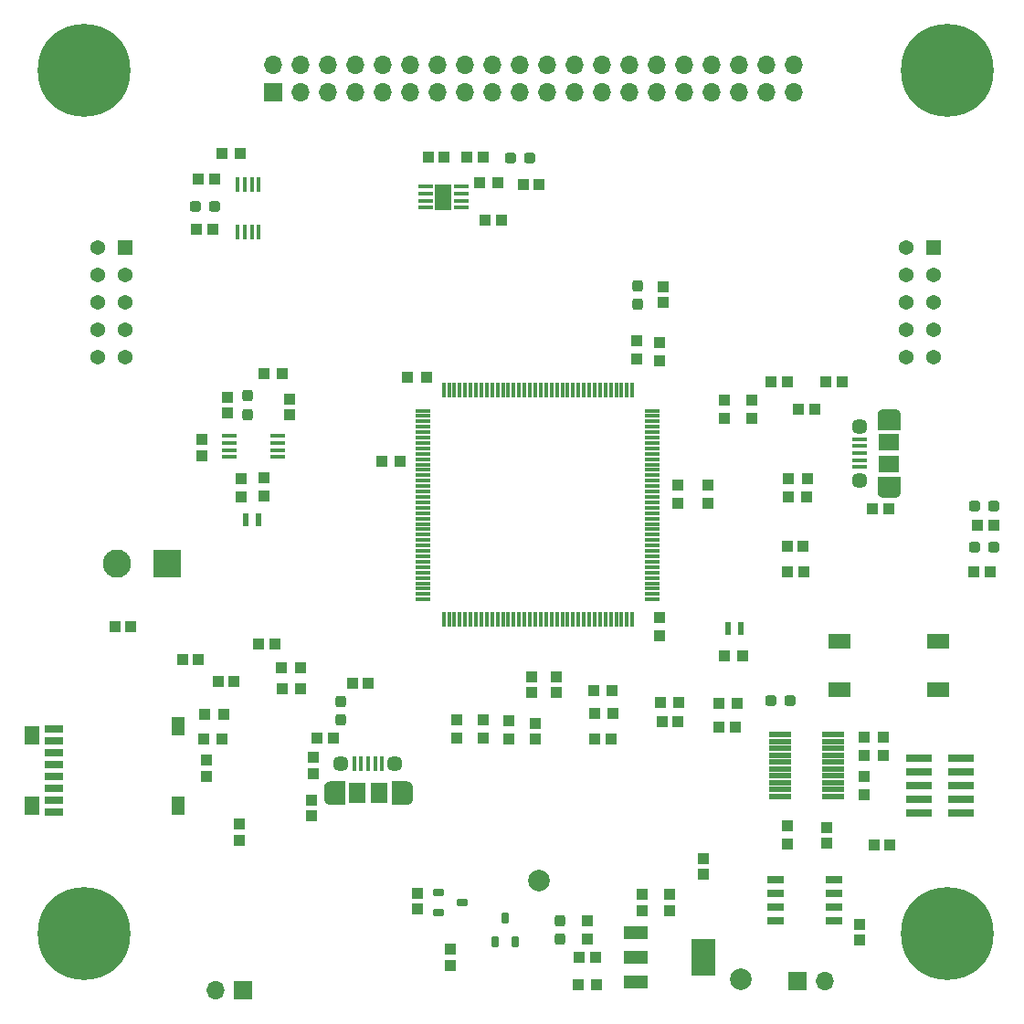
<source format=gbr>
%TF.GenerationSoftware,KiCad,Pcbnew,(6.0.1)*%
%TF.CreationDate,2022-02-13T11:40:04-05:00*%
%TF.ProjectId,STM32_Breakout,53544d33-325f-4427-9265-616b6f75742e,rev?*%
%TF.SameCoordinates,Original*%
%TF.FileFunction,Soldermask,Top*%
%TF.FilePolarity,Negative*%
%FSLAX46Y46*%
G04 Gerber Fmt 4.6, Leading zero omitted, Abs format (unit mm)*
G04 Created by KiCad (PCBNEW (6.0.1)) date 2022-02-13 11:40:04*
%MOMM*%
%LPD*%
G01*
G04 APERTURE LIST*
G04 Aperture macros list*
%AMRoundRect*
0 Rectangle with rounded corners*
0 $1 Rounding radius*
0 $2 $3 $4 $5 $6 $7 $8 $9 X,Y pos of 4 corners*
0 Add a 4 corners polygon primitive as box body*
4,1,4,$2,$3,$4,$5,$6,$7,$8,$9,$2,$3,0*
0 Add four circle primitives for the rounded corners*
1,1,$1+$1,$2,$3*
1,1,$1+$1,$4,$5*
1,1,$1+$1,$6,$7*
1,1,$1+$1,$8,$9*
0 Add four rect primitives between the rounded corners*
20,1,$1+$1,$2,$3,$4,$5,0*
20,1,$1+$1,$4,$5,$6,$7,0*
20,1,$1+$1,$6,$7,$8,$9,0*
20,1,$1+$1,$8,$9,$2,$3,0*%
G04 Aperture macros list end*
%ADD10C,0.000100*%
%ADD11RoundRect,0.008200X-0.976800X-0.196800X0.976800X-0.196800X0.976800X0.196800X-0.976800X0.196800X0*%
%ADD12RoundRect,0.008200X0.976800X0.196800X-0.976800X0.196800X-0.976800X-0.196800X0.976800X-0.196800X0*%
%ADD13C,2.625000*%
%ADD14R,2.625000X2.625000*%
%ADD15R,1.040000X1.020000*%
%ADD16R,1.020000X1.040000*%
%ADD17R,1.100000X1.000000*%
%ADD18R,1.000000X1.100000*%
%ADD19C,0.900000*%
%ADD20C,8.600000*%
%ADD21R,0.600000X1.200000*%
%ADD22RoundRect,0.091500X0.213500X-0.453500X0.213500X0.453500X-0.213500X0.453500X-0.213500X-0.453500X0*%
%ADD23RoundRect,0.237500X0.237500X-0.287500X0.237500X0.287500X-0.237500X0.287500X-0.237500X-0.287500X0*%
%ADD24RoundRect,0.237500X0.287500X0.237500X-0.287500X0.237500X-0.287500X-0.237500X0.287500X-0.237500X0*%
%ADD25RoundRect,0.237500X-0.237500X0.287500X-0.237500X-0.287500X0.237500X-0.287500X0.237500X0.287500X0*%
%ADD26RoundRect,0.237500X-0.287500X-0.237500X0.287500X-0.237500X0.287500X0.237500X-0.287500X0.237500X0*%
%ADD27R,1.700000X1.700000*%
%ADD28O,1.700000X1.700000*%
%ADD29R,1.800000X0.800000*%
%ADD30R,1.200000X1.800000*%
%ADD31R,1.400000X1.800000*%
%ADD32R,0.400000X1.350000*%
%ADD33C,1.450000*%
%ADD34R,1.500000X1.900000*%
%ADD35R,1.370000X1.370000*%
%ADD36C,1.370000*%
%ADD37R,1.525000X0.650000*%
%ADD38RoundRect,0.091500X-0.453500X-0.213500X0.453500X-0.213500X0.453500X0.213500X-0.453500X0.213500X0*%
%ADD39R,2.400000X0.740000*%
%ADD40C,2.000000*%
%ADD41RoundRect,0.012800X-0.637200X-0.147200X0.637200X-0.147200X0.637200X0.147200X-0.637200X0.147200X0*%
%ADD42R,1.590000X2.400000*%
%ADD43R,2.200000X1.200000*%
%ADD44R,2.200000X3.500000*%
%ADD45R,1.346200X0.355600*%
%ADD46R,0.355600X1.346200*%
%ADD47R,1.450000X0.450000*%
%ADD48R,2.108200X1.397000*%
%ADD49R,0.450000X1.450000*%
%ADD50R,1.350000X0.400000*%
%ADD51R,1.900000X1.500000*%
G04 APERTURE END LIST*
D10*
%TO.C,J4*%
X87320000Y-123410000D02*
X86020000Y-123410000D01*
X86020000Y-123410000D02*
X86020000Y-125510000D01*
X86020000Y-125510000D02*
X87320000Y-125510000D01*
X87320000Y-125510000D02*
X87350000Y-125509000D01*
X87350000Y-125509000D02*
X87380000Y-125507000D01*
X87380000Y-125507000D02*
X87410000Y-125503000D01*
X87410000Y-125503000D02*
X87440000Y-125497000D01*
X87440000Y-125497000D02*
X87469000Y-125490000D01*
X87469000Y-125490000D02*
X87498000Y-125482000D01*
X87498000Y-125482000D02*
X87526000Y-125472000D01*
X87526000Y-125472000D02*
X87554000Y-125460000D01*
X87554000Y-125460000D02*
X87581000Y-125447000D01*
X87581000Y-125447000D02*
X87608000Y-125433000D01*
X87608000Y-125433000D02*
X87633000Y-125417000D01*
X87633000Y-125417000D02*
X87658000Y-125400000D01*
X87658000Y-125400000D02*
X87682000Y-125382000D01*
X87682000Y-125382000D02*
X87705000Y-125362000D01*
X87705000Y-125362000D02*
X87727000Y-125342000D01*
X87727000Y-125342000D02*
X87747000Y-125320000D01*
X87747000Y-125320000D02*
X87767000Y-125297000D01*
X87767000Y-125297000D02*
X87785000Y-125273000D01*
X87785000Y-125273000D02*
X87802000Y-125248000D01*
X87802000Y-125248000D02*
X87818000Y-125222000D01*
X87818000Y-125222000D02*
X87832000Y-125196000D01*
X87832000Y-125196000D02*
X87845000Y-125169000D01*
X87845000Y-125169000D02*
X87857000Y-125141000D01*
X87857000Y-125141000D02*
X87867000Y-125113000D01*
X87867000Y-125113000D02*
X87875000Y-125084000D01*
X87875000Y-125084000D02*
X87882000Y-125055000D01*
X87882000Y-125055000D02*
X87888000Y-125025000D01*
X87888000Y-125025000D02*
X87892000Y-124995000D01*
X87892000Y-124995000D02*
X87894000Y-124965000D01*
X87894000Y-124965000D02*
X87895000Y-124935000D01*
X87895000Y-124935000D02*
X87895000Y-123985000D01*
X87895000Y-123985000D02*
X87894000Y-123955000D01*
X87894000Y-123955000D02*
X87892000Y-123925000D01*
X87892000Y-123925000D02*
X87888000Y-123895000D01*
X87888000Y-123895000D02*
X87882000Y-123865000D01*
X87882000Y-123865000D02*
X87875000Y-123836000D01*
X87875000Y-123836000D02*
X87867000Y-123807000D01*
X87867000Y-123807000D02*
X87857000Y-123779000D01*
X87857000Y-123779000D02*
X87845000Y-123751000D01*
X87845000Y-123751000D02*
X87832000Y-123724000D01*
X87832000Y-123724000D02*
X87818000Y-123698000D01*
X87818000Y-123698000D02*
X87802000Y-123672000D01*
X87802000Y-123672000D02*
X87785000Y-123647000D01*
X87785000Y-123647000D02*
X87767000Y-123623000D01*
X87767000Y-123623000D02*
X87747000Y-123600000D01*
X87747000Y-123600000D02*
X87727000Y-123578000D01*
X87727000Y-123578000D02*
X87705000Y-123558000D01*
X87705000Y-123558000D02*
X87682000Y-123538000D01*
X87682000Y-123538000D02*
X87658000Y-123520000D01*
X87658000Y-123520000D02*
X87633000Y-123503000D01*
X87633000Y-123503000D02*
X87608000Y-123487000D01*
X87608000Y-123487000D02*
X87581000Y-123473000D01*
X87581000Y-123473000D02*
X87554000Y-123460000D01*
X87554000Y-123460000D02*
X87526000Y-123448000D01*
X87526000Y-123448000D02*
X87498000Y-123438000D01*
X87498000Y-123438000D02*
X87469000Y-123430000D01*
X87469000Y-123430000D02*
X87440000Y-123423000D01*
X87440000Y-123423000D02*
X87410000Y-123417000D01*
X87410000Y-123417000D02*
X87380000Y-123413000D01*
X87380000Y-123413000D02*
X87350000Y-123411000D01*
X87350000Y-123411000D02*
X87320000Y-123410000D01*
X87320000Y-123410000D02*
X87320000Y-123410000D01*
G36*
X87350000Y-123411000D02*
G01*
X87380000Y-123413000D01*
X87410000Y-123417000D01*
X87440000Y-123423000D01*
X87469000Y-123430000D01*
X87498000Y-123438000D01*
X87526000Y-123448000D01*
X87554000Y-123460000D01*
X87581000Y-123473000D01*
X87608000Y-123487000D01*
X87633000Y-123503000D01*
X87658000Y-123520000D01*
X87682000Y-123538000D01*
X87705000Y-123558000D01*
X87727000Y-123578000D01*
X87747000Y-123600000D01*
X87767000Y-123623000D01*
X87785000Y-123647000D01*
X87802000Y-123672000D01*
X87818000Y-123698000D01*
X87832000Y-123724000D01*
X87845000Y-123751000D01*
X87857000Y-123779000D01*
X87867000Y-123807000D01*
X87875000Y-123836000D01*
X87882000Y-123865000D01*
X87888000Y-123895000D01*
X87892000Y-123925000D01*
X87894000Y-123955000D01*
X87895000Y-123985000D01*
X87895000Y-124935000D01*
X87894000Y-124965000D01*
X87892000Y-124995000D01*
X87888000Y-125025000D01*
X87882000Y-125055000D01*
X87875000Y-125084000D01*
X87867000Y-125113000D01*
X87857000Y-125141000D01*
X87845000Y-125169000D01*
X87832000Y-125196000D01*
X87818000Y-125222000D01*
X87802000Y-125248000D01*
X87785000Y-125273000D01*
X87767000Y-125297000D01*
X87747000Y-125320000D01*
X87727000Y-125342000D01*
X87705000Y-125362000D01*
X87682000Y-125382000D01*
X87658000Y-125400000D01*
X87633000Y-125417000D01*
X87608000Y-125433000D01*
X87581000Y-125447000D01*
X87554000Y-125460000D01*
X87526000Y-125472000D01*
X87498000Y-125482000D01*
X87469000Y-125490000D01*
X87440000Y-125497000D01*
X87410000Y-125503000D01*
X87380000Y-125507000D01*
X87350000Y-125509000D01*
X87320000Y-125510000D01*
X86020000Y-125510000D01*
X86020000Y-123410000D01*
X87320000Y-123410000D01*
X87350000Y-123411000D01*
G37*
X87350000Y-123411000D02*
X87380000Y-123413000D01*
X87410000Y-123417000D01*
X87440000Y-123423000D01*
X87469000Y-123430000D01*
X87498000Y-123438000D01*
X87526000Y-123448000D01*
X87554000Y-123460000D01*
X87581000Y-123473000D01*
X87608000Y-123487000D01*
X87633000Y-123503000D01*
X87658000Y-123520000D01*
X87682000Y-123538000D01*
X87705000Y-123558000D01*
X87727000Y-123578000D01*
X87747000Y-123600000D01*
X87767000Y-123623000D01*
X87785000Y-123647000D01*
X87802000Y-123672000D01*
X87818000Y-123698000D01*
X87832000Y-123724000D01*
X87845000Y-123751000D01*
X87857000Y-123779000D01*
X87867000Y-123807000D01*
X87875000Y-123836000D01*
X87882000Y-123865000D01*
X87888000Y-123895000D01*
X87892000Y-123925000D01*
X87894000Y-123955000D01*
X87895000Y-123985000D01*
X87895000Y-124935000D01*
X87894000Y-124965000D01*
X87892000Y-124995000D01*
X87888000Y-125025000D01*
X87882000Y-125055000D01*
X87875000Y-125084000D01*
X87867000Y-125113000D01*
X87857000Y-125141000D01*
X87845000Y-125169000D01*
X87832000Y-125196000D01*
X87818000Y-125222000D01*
X87802000Y-125248000D01*
X87785000Y-125273000D01*
X87767000Y-125297000D01*
X87747000Y-125320000D01*
X87727000Y-125342000D01*
X87705000Y-125362000D01*
X87682000Y-125382000D01*
X87658000Y-125400000D01*
X87633000Y-125417000D01*
X87608000Y-125433000D01*
X87581000Y-125447000D01*
X87554000Y-125460000D01*
X87526000Y-125472000D01*
X87498000Y-125482000D01*
X87469000Y-125490000D01*
X87440000Y-125497000D01*
X87410000Y-125503000D01*
X87380000Y-125507000D01*
X87350000Y-125509000D01*
X87320000Y-125510000D01*
X86020000Y-125510000D01*
X86020000Y-123410000D01*
X87320000Y-123410000D01*
X87350000Y-123411000D01*
X80320000Y-123410000D02*
X81620000Y-123410000D01*
X81620000Y-123410000D02*
X81620000Y-125510000D01*
X81620000Y-125510000D02*
X80320000Y-125510000D01*
X80320000Y-125510000D02*
X80290000Y-125509000D01*
X80290000Y-125509000D02*
X80260000Y-125507000D01*
X80260000Y-125507000D02*
X80230000Y-125503000D01*
X80230000Y-125503000D02*
X80200000Y-125497000D01*
X80200000Y-125497000D02*
X80171000Y-125490000D01*
X80171000Y-125490000D02*
X80142000Y-125482000D01*
X80142000Y-125482000D02*
X80114000Y-125472000D01*
X80114000Y-125472000D02*
X80086000Y-125460000D01*
X80086000Y-125460000D02*
X80059000Y-125447000D01*
X80059000Y-125447000D02*
X80032000Y-125433000D01*
X80032000Y-125433000D02*
X80007000Y-125417000D01*
X80007000Y-125417000D02*
X79982000Y-125400000D01*
X79982000Y-125400000D02*
X79958000Y-125382000D01*
X79958000Y-125382000D02*
X79935000Y-125362000D01*
X79935000Y-125362000D02*
X79913000Y-125342000D01*
X79913000Y-125342000D02*
X79893000Y-125320000D01*
X79893000Y-125320000D02*
X79873000Y-125297000D01*
X79873000Y-125297000D02*
X79855000Y-125273000D01*
X79855000Y-125273000D02*
X79838000Y-125248000D01*
X79838000Y-125248000D02*
X79822000Y-125222000D01*
X79822000Y-125222000D02*
X79808000Y-125196000D01*
X79808000Y-125196000D02*
X79795000Y-125169000D01*
X79795000Y-125169000D02*
X79783000Y-125141000D01*
X79783000Y-125141000D02*
X79773000Y-125113000D01*
X79773000Y-125113000D02*
X79765000Y-125084000D01*
X79765000Y-125084000D02*
X79758000Y-125055000D01*
X79758000Y-125055000D02*
X79752000Y-125025000D01*
X79752000Y-125025000D02*
X79748000Y-124995000D01*
X79748000Y-124995000D02*
X79746000Y-124965000D01*
X79746000Y-124965000D02*
X79745000Y-124935000D01*
X79745000Y-124935000D02*
X79745000Y-123985000D01*
X79745000Y-123985000D02*
X79746000Y-123955000D01*
X79746000Y-123955000D02*
X79748000Y-123925000D01*
X79748000Y-123925000D02*
X79752000Y-123895000D01*
X79752000Y-123895000D02*
X79758000Y-123865000D01*
X79758000Y-123865000D02*
X79765000Y-123836000D01*
X79765000Y-123836000D02*
X79773000Y-123807000D01*
X79773000Y-123807000D02*
X79783000Y-123779000D01*
X79783000Y-123779000D02*
X79795000Y-123751000D01*
X79795000Y-123751000D02*
X79808000Y-123724000D01*
X79808000Y-123724000D02*
X79822000Y-123698000D01*
X79822000Y-123698000D02*
X79838000Y-123672000D01*
X79838000Y-123672000D02*
X79855000Y-123647000D01*
X79855000Y-123647000D02*
X79873000Y-123623000D01*
X79873000Y-123623000D02*
X79893000Y-123600000D01*
X79893000Y-123600000D02*
X79913000Y-123578000D01*
X79913000Y-123578000D02*
X79935000Y-123558000D01*
X79935000Y-123558000D02*
X79958000Y-123538000D01*
X79958000Y-123538000D02*
X79982000Y-123520000D01*
X79982000Y-123520000D02*
X80007000Y-123503000D01*
X80007000Y-123503000D02*
X80032000Y-123487000D01*
X80032000Y-123487000D02*
X80059000Y-123473000D01*
X80059000Y-123473000D02*
X80086000Y-123460000D01*
X80086000Y-123460000D02*
X80114000Y-123448000D01*
X80114000Y-123448000D02*
X80142000Y-123438000D01*
X80142000Y-123438000D02*
X80171000Y-123430000D01*
X80171000Y-123430000D02*
X80200000Y-123423000D01*
X80200000Y-123423000D02*
X80230000Y-123417000D01*
X80230000Y-123417000D02*
X80260000Y-123413000D01*
X80260000Y-123413000D02*
X80290000Y-123411000D01*
X80290000Y-123411000D02*
X80320000Y-123410000D01*
X80320000Y-123410000D02*
X80320000Y-123410000D01*
G36*
X81620000Y-125510000D02*
G01*
X80320000Y-125510000D01*
X80290000Y-125509000D01*
X80260000Y-125507000D01*
X80230000Y-125503000D01*
X80200000Y-125497000D01*
X80171000Y-125490000D01*
X80142000Y-125482000D01*
X80114000Y-125472000D01*
X80086000Y-125460000D01*
X80059000Y-125447000D01*
X80032000Y-125433000D01*
X80007000Y-125417000D01*
X79982000Y-125400000D01*
X79958000Y-125382000D01*
X79935000Y-125362000D01*
X79913000Y-125342000D01*
X79893000Y-125320000D01*
X79873000Y-125297000D01*
X79855000Y-125273000D01*
X79838000Y-125248000D01*
X79822000Y-125222000D01*
X79808000Y-125196000D01*
X79795000Y-125169000D01*
X79783000Y-125141000D01*
X79773000Y-125113000D01*
X79765000Y-125084000D01*
X79758000Y-125055000D01*
X79752000Y-125025000D01*
X79748000Y-124995000D01*
X79746000Y-124965000D01*
X79745000Y-124935000D01*
X79745000Y-123985000D01*
X79746000Y-123955000D01*
X79748000Y-123925000D01*
X79752000Y-123895000D01*
X79758000Y-123865000D01*
X79765000Y-123836000D01*
X79773000Y-123807000D01*
X79783000Y-123779000D01*
X79795000Y-123751000D01*
X79808000Y-123724000D01*
X79822000Y-123698000D01*
X79838000Y-123672000D01*
X79855000Y-123647000D01*
X79873000Y-123623000D01*
X79893000Y-123600000D01*
X79913000Y-123578000D01*
X79935000Y-123558000D01*
X79958000Y-123538000D01*
X79982000Y-123520000D01*
X80007000Y-123503000D01*
X80032000Y-123487000D01*
X80059000Y-123473000D01*
X80086000Y-123460000D01*
X80114000Y-123448000D01*
X80142000Y-123438000D01*
X80171000Y-123430000D01*
X80200000Y-123423000D01*
X80230000Y-123417000D01*
X80260000Y-123413000D01*
X80290000Y-123411000D01*
X80320000Y-123410000D01*
X81620000Y-123410000D01*
X81620000Y-125510000D01*
G37*
X81620000Y-125510000D02*
X80320000Y-125510000D01*
X80290000Y-125509000D01*
X80260000Y-125507000D01*
X80230000Y-125503000D01*
X80200000Y-125497000D01*
X80171000Y-125490000D01*
X80142000Y-125482000D01*
X80114000Y-125472000D01*
X80086000Y-125460000D01*
X80059000Y-125447000D01*
X80032000Y-125433000D01*
X80007000Y-125417000D01*
X79982000Y-125400000D01*
X79958000Y-125382000D01*
X79935000Y-125362000D01*
X79913000Y-125342000D01*
X79893000Y-125320000D01*
X79873000Y-125297000D01*
X79855000Y-125273000D01*
X79838000Y-125248000D01*
X79822000Y-125222000D01*
X79808000Y-125196000D01*
X79795000Y-125169000D01*
X79783000Y-125141000D01*
X79773000Y-125113000D01*
X79765000Y-125084000D01*
X79758000Y-125055000D01*
X79752000Y-125025000D01*
X79748000Y-124995000D01*
X79746000Y-124965000D01*
X79745000Y-124935000D01*
X79745000Y-123985000D01*
X79746000Y-123955000D01*
X79748000Y-123925000D01*
X79752000Y-123895000D01*
X79758000Y-123865000D01*
X79765000Y-123836000D01*
X79773000Y-123807000D01*
X79783000Y-123779000D01*
X79795000Y-123751000D01*
X79808000Y-123724000D01*
X79822000Y-123698000D01*
X79838000Y-123672000D01*
X79855000Y-123647000D01*
X79873000Y-123623000D01*
X79893000Y-123600000D01*
X79913000Y-123578000D01*
X79935000Y-123558000D01*
X79958000Y-123538000D01*
X79982000Y-123520000D01*
X80007000Y-123503000D01*
X80032000Y-123487000D01*
X80059000Y-123473000D01*
X80086000Y-123460000D01*
X80114000Y-123448000D01*
X80142000Y-123438000D01*
X80171000Y-123430000D01*
X80200000Y-123423000D01*
X80230000Y-123417000D01*
X80260000Y-123413000D01*
X80290000Y-123411000D01*
X80320000Y-123410000D01*
X81620000Y-123410000D01*
X81620000Y-125510000D01*
%TO.C,J8*%
X131030000Y-96480000D02*
X131030000Y-95180000D01*
X131030000Y-95180000D02*
X133130000Y-95180000D01*
X133130000Y-95180000D02*
X133130000Y-96480000D01*
X133130000Y-96480000D02*
X133129000Y-96510000D01*
X133129000Y-96510000D02*
X133127000Y-96540000D01*
X133127000Y-96540000D02*
X133123000Y-96570000D01*
X133123000Y-96570000D02*
X133117000Y-96600000D01*
X133117000Y-96600000D02*
X133110000Y-96629000D01*
X133110000Y-96629000D02*
X133102000Y-96658000D01*
X133102000Y-96658000D02*
X133092000Y-96686000D01*
X133092000Y-96686000D02*
X133080000Y-96714000D01*
X133080000Y-96714000D02*
X133067000Y-96741000D01*
X133067000Y-96741000D02*
X133053000Y-96768000D01*
X133053000Y-96768000D02*
X133037000Y-96793000D01*
X133037000Y-96793000D02*
X133020000Y-96818000D01*
X133020000Y-96818000D02*
X133002000Y-96842000D01*
X133002000Y-96842000D02*
X132982000Y-96865000D01*
X132982000Y-96865000D02*
X132962000Y-96887000D01*
X132962000Y-96887000D02*
X132940000Y-96907000D01*
X132940000Y-96907000D02*
X132917000Y-96927000D01*
X132917000Y-96927000D02*
X132893000Y-96945000D01*
X132893000Y-96945000D02*
X132868000Y-96962000D01*
X132868000Y-96962000D02*
X132842000Y-96978000D01*
X132842000Y-96978000D02*
X132816000Y-96992000D01*
X132816000Y-96992000D02*
X132789000Y-97005000D01*
X132789000Y-97005000D02*
X132761000Y-97017000D01*
X132761000Y-97017000D02*
X132733000Y-97027000D01*
X132733000Y-97027000D02*
X132704000Y-97035000D01*
X132704000Y-97035000D02*
X132675000Y-97042000D01*
X132675000Y-97042000D02*
X132645000Y-97048000D01*
X132645000Y-97048000D02*
X132615000Y-97052000D01*
X132615000Y-97052000D02*
X132585000Y-97054000D01*
X132585000Y-97054000D02*
X132555000Y-97055000D01*
X132555000Y-97055000D02*
X131605000Y-97055000D01*
X131605000Y-97055000D02*
X131575000Y-97054000D01*
X131575000Y-97054000D02*
X131545000Y-97052000D01*
X131545000Y-97052000D02*
X131515000Y-97048000D01*
X131515000Y-97048000D02*
X131485000Y-97042000D01*
X131485000Y-97042000D02*
X131456000Y-97035000D01*
X131456000Y-97035000D02*
X131427000Y-97027000D01*
X131427000Y-97027000D02*
X131399000Y-97017000D01*
X131399000Y-97017000D02*
X131371000Y-97005000D01*
X131371000Y-97005000D02*
X131344000Y-96992000D01*
X131344000Y-96992000D02*
X131318000Y-96978000D01*
X131318000Y-96978000D02*
X131292000Y-96962000D01*
X131292000Y-96962000D02*
X131267000Y-96945000D01*
X131267000Y-96945000D02*
X131243000Y-96927000D01*
X131243000Y-96927000D02*
X131220000Y-96907000D01*
X131220000Y-96907000D02*
X131198000Y-96887000D01*
X131198000Y-96887000D02*
X131178000Y-96865000D01*
X131178000Y-96865000D02*
X131158000Y-96842000D01*
X131158000Y-96842000D02*
X131140000Y-96818000D01*
X131140000Y-96818000D02*
X131123000Y-96793000D01*
X131123000Y-96793000D02*
X131107000Y-96768000D01*
X131107000Y-96768000D02*
X131093000Y-96741000D01*
X131093000Y-96741000D02*
X131080000Y-96714000D01*
X131080000Y-96714000D02*
X131068000Y-96686000D01*
X131068000Y-96686000D02*
X131058000Y-96658000D01*
X131058000Y-96658000D02*
X131050000Y-96629000D01*
X131050000Y-96629000D02*
X131043000Y-96600000D01*
X131043000Y-96600000D02*
X131037000Y-96570000D01*
X131037000Y-96570000D02*
X131033000Y-96540000D01*
X131033000Y-96540000D02*
X131031000Y-96510000D01*
X131031000Y-96510000D02*
X131030000Y-96480000D01*
X131030000Y-96480000D02*
X131030000Y-96480000D01*
G36*
X133130000Y-96480000D02*
G01*
X133129000Y-96510000D01*
X133127000Y-96540000D01*
X133123000Y-96570000D01*
X133117000Y-96600000D01*
X133110000Y-96629000D01*
X133102000Y-96658000D01*
X133092000Y-96686000D01*
X133080000Y-96714000D01*
X133067000Y-96741000D01*
X133053000Y-96768000D01*
X133037000Y-96793000D01*
X133020000Y-96818000D01*
X133002000Y-96842000D01*
X132982000Y-96865000D01*
X132962000Y-96887000D01*
X132940000Y-96907000D01*
X132917000Y-96927000D01*
X132893000Y-96945000D01*
X132868000Y-96962000D01*
X132842000Y-96978000D01*
X132816000Y-96992000D01*
X132789000Y-97005000D01*
X132761000Y-97017000D01*
X132733000Y-97027000D01*
X132704000Y-97035000D01*
X132675000Y-97042000D01*
X132645000Y-97048000D01*
X132615000Y-97052000D01*
X132585000Y-97054000D01*
X132555000Y-97055000D01*
X131605000Y-97055000D01*
X131575000Y-97054000D01*
X131545000Y-97052000D01*
X131515000Y-97048000D01*
X131485000Y-97042000D01*
X131456000Y-97035000D01*
X131427000Y-97027000D01*
X131399000Y-97017000D01*
X131371000Y-97005000D01*
X131344000Y-96992000D01*
X131318000Y-96978000D01*
X131292000Y-96962000D01*
X131267000Y-96945000D01*
X131243000Y-96927000D01*
X131220000Y-96907000D01*
X131198000Y-96887000D01*
X131178000Y-96865000D01*
X131158000Y-96842000D01*
X131140000Y-96818000D01*
X131123000Y-96793000D01*
X131107000Y-96768000D01*
X131093000Y-96741000D01*
X131080000Y-96714000D01*
X131068000Y-96686000D01*
X131058000Y-96658000D01*
X131050000Y-96629000D01*
X131043000Y-96600000D01*
X131037000Y-96570000D01*
X131033000Y-96540000D01*
X131031000Y-96510000D01*
X131030000Y-96480000D01*
X131030000Y-95180000D01*
X133130000Y-95180000D01*
X133130000Y-96480000D01*
G37*
X133130000Y-96480000D02*
X133129000Y-96510000D01*
X133127000Y-96540000D01*
X133123000Y-96570000D01*
X133117000Y-96600000D01*
X133110000Y-96629000D01*
X133102000Y-96658000D01*
X133092000Y-96686000D01*
X133080000Y-96714000D01*
X133067000Y-96741000D01*
X133053000Y-96768000D01*
X133037000Y-96793000D01*
X133020000Y-96818000D01*
X133002000Y-96842000D01*
X132982000Y-96865000D01*
X132962000Y-96887000D01*
X132940000Y-96907000D01*
X132917000Y-96927000D01*
X132893000Y-96945000D01*
X132868000Y-96962000D01*
X132842000Y-96978000D01*
X132816000Y-96992000D01*
X132789000Y-97005000D01*
X132761000Y-97017000D01*
X132733000Y-97027000D01*
X132704000Y-97035000D01*
X132675000Y-97042000D01*
X132645000Y-97048000D01*
X132615000Y-97052000D01*
X132585000Y-97054000D01*
X132555000Y-97055000D01*
X131605000Y-97055000D01*
X131575000Y-97054000D01*
X131545000Y-97052000D01*
X131515000Y-97048000D01*
X131485000Y-97042000D01*
X131456000Y-97035000D01*
X131427000Y-97027000D01*
X131399000Y-97017000D01*
X131371000Y-97005000D01*
X131344000Y-96992000D01*
X131318000Y-96978000D01*
X131292000Y-96962000D01*
X131267000Y-96945000D01*
X131243000Y-96927000D01*
X131220000Y-96907000D01*
X131198000Y-96887000D01*
X131178000Y-96865000D01*
X131158000Y-96842000D01*
X131140000Y-96818000D01*
X131123000Y-96793000D01*
X131107000Y-96768000D01*
X131093000Y-96741000D01*
X131080000Y-96714000D01*
X131068000Y-96686000D01*
X131058000Y-96658000D01*
X131050000Y-96629000D01*
X131043000Y-96600000D01*
X131037000Y-96570000D01*
X131033000Y-96540000D01*
X131031000Y-96510000D01*
X131030000Y-96480000D01*
X131030000Y-95180000D01*
X133130000Y-95180000D01*
X133130000Y-96480000D01*
X131030000Y-89480000D02*
X131030000Y-90780000D01*
X131030000Y-90780000D02*
X133130000Y-90780000D01*
X133130000Y-90780000D02*
X133130000Y-89480000D01*
X133130000Y-89480000D02*
X133129000Y-89450000D01*
X133129000Y-89450000D02*
X133127000Y-89420000D01*
X133127000Y-89420000D02*
X133123000Y-89390000D01*
X133123000Y-89390000D02*
X133117000Y-89360000D01*
X133117000Y-89360000D02*
X133110000Y-89331000D01*
X133110000Y-89331000D02*
X133102000Y-89302000D01*
X133102000Y-89302000D02*
X133092000Y-89274000D01*
X133092000Y-89274000D02*
X133080000Y-89246000D01*
X133080000Y-89246000D02*
X133067000Y-89219000D01*
X133067000Y-89219000D02*
X133053000Y-89192000D01*
X133053000Y-89192000D02*
X133037000Y-89167000D01*
X133037000Y-89167000D02*
X133020000Y-89142000D01*
X133020000Y-89142000D02*
X133002000Y-89118000D01*
X133002000Y-89118000D02*
X132982000Y-89095000D01*
X132982000Y-89095000D02*
X132962000Y-89073000D01*
X132962000Y-89073000D02*
X132940000Y-89053000D01*
X132940000Y-89053000D02*
X132917000Y-89033000D01*
X132917000Y-89033000D02*
X132893000Y-89015000D01*
X132893000Y-89015000D02*
X132868000Y-88998000D01*
X132868000Y-88998000D02*
X132842000Y-88982000D01*
X132842000Y-88982000D02*
X132816000Y-88968000D01*
X132816000Y-88968000D02*
X132789000Y-88955000D01*
X132789000Y-88955000D02*
X132761000Y-88943000D01*
X132761000Y-88943000D02*
X132733000Y-88933000D01*
X132733000Y-88933000D02*
X132704000Y-88925000D01*
X132704000Y-88925000D02*
X132675000Y-88918000D01*
X132675000Y-88918000D02*
X132645000Y-88912000D01*
X132645000Y-88912000D02*
X132615000Y-88908000D01*
X132615000Y-88908000D02*
X132585000Y-88906000D01*
X132585000Y-88906000D02*
X132555000Y-88905000D01*
X132555000Y-88905000D02*
X131605000Y-88905000D01*
X131605000Y-88905000D02*
X131575000Y-88906000D01*
X131575000Y-88906000D02*
X131545000Y-88908000D01*
X131545000Y-88908000D02*
X131515000Y-88912000D01*
X131515000Y-88912000D02*
X131485000Y-88918000D01*
X131485000Y-88918000D02*
X131456000Y-88925000D01*
X131456000Y-88925000D02*
X131427000Y-88933000D01*
X131427000Y-88933000D02*
X131399000Y-88943000D01*
X131399000Y-88943000D02*
X131371000Y-88955000D01*
X131371000Y-88955000D02*
X131344000Y-88968000D01*
X131344000Y-88968000D02*
X131318000Y-88982000D01*
X131318000Y-88982000D02*
X131292000Y-88998000D01*
X131292000Y-88998000D02*
X131267000Y-89015000D01*
X131267000Y-89015000D02*
X131243000Y-89033000D01*
X131243000Y-89033000D02*
X131220000Y-89053000D01*
X131220000Y-89053000D02*
X131198000Y-89073000D01*
X131198000Y-89073000D02*
X131178000Y-89095000D01*
X131178000Y-89095000D02*
X131158000Y-89118000D01*
X131158000Y-89118000D02*
X131140000Y-89142000D01*
X131140000Y-89142000D02*
X131123000Y-89167000D01*
X131123000Y-89167000D02*
X131107000Y-89192000D01*
X131107000Y-89192000D02*
X131093000Y-89219000D01*
X131093000Y-89219000D02*
X131080000Y-89246000D01*
X131080000Y-89246000D02*
X131068000Y-89274000D01*
X131068000Y-89274000D02*
X131058000Y-89302000D01*
X131058000Y-89302000D02*
X131050000Y-89331000D01*
X131050000Y-89331000D02*
X131043000Y-89360000D01*
X131043000Y-89360000D02*
X131037000Y-89390000D01*
X131037000Y-89390000D02*
X131033000Y-89420000D01*
X131033000Y-89420000D02*
X131031000Y-89450000D01*
X131031000Y-89450000D02*
X131030000Y-89480000D01*
X131030000Y-89480000D02*
X131030000Y-89480000D01*
G36*
X132585000Y-88906000D02*
G01*
X132615000Y-88908000D01*
X132645000Y-88912000D01*
X132675000Y-88918000D01*
X132704000Y-88925000D01*
X132733000Y-88933000D01*
X132761000Y-88943000D01*
X132789000Y-88955000D01*
X132816000Y-88968000D01*
X132842000Y-88982000D01*
X132868000Y-88998000D01*
X132893000Y-89015000D01*
X132917000Y-89033000D01*
X132940000Y-89053000D01*
X132962000Y-89073000D01*
X132982000Y-89095000D01*
X133002000Y-89118000D01*
X133020000Y-89142000D01*
X133037000Y-89167000D01*
X133053000Y-89192000D01*
X133067000Y-89219000D01*
X133080000Y-89246000D01*
X133092000Y-89274000D01*
X133102000Y-89302000D01*
X133110000Y-89331000D01*
X133117000Y-89360000D01*
X133123000Y-89390000D01*
X133127000Y-89420000D01*
X133129000Y-89450000D01*
X133130000Y-89480000D01*
X133130000Y-90780000D01*
X131030000Y-90780000D01*
X131030000Y-89480000D01*
X131031000Y-89450000D01*
X131033000Y-89420000D01*
X131037000Y-89390000D01*
X131043000Y-89360000D01*
X131050000Y-89331000D01*
X131058000Y-89302000D01*
X131068000Y-89274000D01*
X131080000Y-89246000D01*
X131093000Y-89219000D01*
X131107000Y-89192000D01*
X131123000Y-89167000D01*
X131140000Y-89142000D01*
X131158000Y-89118000D01*
X131178000Y-89095000D01*
X131198000Y-89073000D01*
X131220000Y-89053000D01*
X131243000Y-89033000D01*
X131267000Y-89015000D01*
X131292000Y-88998000D01*
X131318000Y-88982000D01*
X131344000Y-88968000D01*
X131371000Y-88955000D01*
X131399000Y-88943000D01*
X131427000Y-88933000D01*
X131456000Y-88925000D01*
X131485000Y-88918000D01*
X131515000Y-88912000D01*
X131545000Y-88908000D01*
X131575000Y-88906000D01*
X131605000Y-88905000D01*
X132555000Y-88905000D01*
X132585000Y-88906000D01*
G37*
X132585000Y-88906000D02*
X132615000Y-88908000D01*
X132645000Y-88912000D01*
X132675000Y-88918000D01*
X132704000Y-88925000D01*
X132733000Y-88933000D01*
X132761000Y-88943000D01*
X132789000Y-88955000D01*
X132816000Y-88968000D01*
X132842000Y-88982000D01*
X132868000Y-88998000D01*
X132893000Y-89015000D01*
X132917000Y-89033000D01*
X132940000Y-89053000D01*
X132962000Y-89073000D01*
X132982000Y-89095000D01*
X133002000Y-89118000D01*
X133020000Y-89142000D01*
X133037000Y-89167000D01*
X133053000Y-89192000D01*
X133067000Y-89219000D01*
X133080000Y-89246000D01*
X133092000Y-89274000D01*
X133102000Y-89302000D01*
X133110000Y-89331000D01*
X133117000Y-89360000D01*
X133123000Y-89390000D01*
X133127000Y-89420000D01*
X133129000Y-89450000D01*
X133130000Y-89480000D01*
X133130000Y-90780000D01*
X131030000Y-90780000D01*
X131030000Y-89480000D01*
X131031000Y-89450000D01*
X131033000Y-89420000D01*
X131037000Y-89390000D01*
X131043000Y-89360000D01*
X131050000Y-89331000D01*
X131058000Y-89302000D01*
X131068000Y-89274000D01*
X131080000Y-89246000D01*
X131093000Y-89219000D01*
X131107000Y-89192000D01*
X131123000Y-89167000D01*
X131140000Y-89142000D01*
X131158000Y-89118000D01*
X131178000Y-89095000D01*
X131198000Y-89073000D01*
X131220000Y-89053000D01*
X131243000Y-89033000D01*
X131267000Y-89015000D01*
X131292000Y-88998000D01*
X131318000Y-88982000D01*
X131344000Y-88968000D01*
X131371000Y-88955000D01*
X131399000Y-88943000D01*
X131427000Y-88933000D01*
X131456000Y-88925000D01*
X131485000Y-88918000D01*
X131515000Y-88912000D01*
X131545000Y-88908000D01*
X131575000Y-88906000D01*
X131605000Y-88905000D01*
X132555000Y-88905000D01*
X132585000Y-88906000D01*
%TD*%
D11*
%TO.C,U7*%
X121990000Y-119062500D03*
X121990000Y-119697500D03*
X121990000Y-120332500D03*
X121990000Y-120967500D03*
X121990000Y-121602500D03*
X121990000Y-122237500D03*
X121990000Y-122872500D03*
X121990000Y-123507500D03*
X121990000Y-124142500D03*
X121990000Y-124777500D03*
D12*
X126930000Y-124777500D03*
X126930000Y-124142500D03*
X126930000Y-123507500D03*
X126930000Y-122872500D03*
X126930000Y-122237500D03*
X126930000Y-121602500D03*
X126930000Y-120967500D03*
X126930000Y-120332500D03*
X126930000Y-119697500D03*
X126930000Y-119062500D03*
%TD*%
D13*
%TO.C,S1*%
X60579000Y-103198000D03*
D14*
X65179000Y-103198000D03*
%TD*%
D15*
%TO.C,R32*%
X130583000Y-98171000D03*
X132053000Y-98171000D03*
%TD*%
%TO.C,R31*%
X141805000Y-99695000D03*
X140335000Y-99695000D03*
%TD*%
%TO.C,R30*%
X141451000Y-104013000D03*
X139981000Y-104013000D03*
%TD*%
%TO.C,R29*%
X124179000Y-104013000D03*
X122709000Y-104013000D03*
%TD*%
%TO.C,R28*%
X124152000Y-101600000D03*
X122682000Y-101600000D03*
%TD*%
%TO.C,R27*%
X116359000Y-118364000D03*
X117829000Y-118364000D03*
%TD*%
%TO.C,R24*%
X60379000Y-109093000D03*
X61849000Y-109093000D03*
%TD*%
%TO.C,R23*%
X130710000Y-129286000D03*
X132180000Y-129286000D03*
%TD*%
D16*
%TO.C,R9*%
X111170250Y-77524000D03*
X111170250Y-78994000D03*
%TD*%
D17*
%TO.C,C34*%
X122760000Y-97028000D03*
X124460000Y-97028000D03*
%TD*%
%TO.C,C33*%
X124509000Y-95377000D03*
X122809000Y-95377000D03*
%TD*%
D18*
%TO.C,C32*%
X122682000Y-127508000D03*
X122682000Y-129208000D03*
%TD*%
%TO.C,C31*%
X129794000Y-121031000D03*
X129794000Y-119331000D03*
%TD*%
%TO.C,C30*%
X131572000Y-119331000D03*
X131572000Y-121031000D03*
%TD*%
%TO.C,C29*%
X129794000Y-122936000D03*
X129794000Y-124636000D03*
%TD*%
D17*
%TO.C,C22*%
X86790000Y-93726000D03*
X85090000Y-93726000D03*
%TD*%
D18*
%TO.C,C19*%
X115316000Y-97624000D03*
X115316000Y-95924000D03*
%TD*%
D17*
%TO.C,C18*%
X77519000Y-112903000D03*
X75819000Y-112903000D03*
%TD*%
%TO.C,C17*%
X77558000Y-114808000D03*
X75858000Y-114808000D03*
%TD*%
D18*
%TO.C,C16*%
X110871000Y-84416000D03*
X110871000Y-82716000D03*
%TD*%
D17*
%TO.C,C15*%
X89203000Y-85979000D03*
X87503000Y-85979000D03*
%TD*%
D18*
%TO.C,C14*%
X108712000Y-84289000D03*
X108712000Y-82589000D03*
%TD*%
%TO.C,C13*%
X112522000Y-97624000D03*
X112522000Y-95924000D03*
%TD*%
%TO.C,C12*%
X110871000Y-109904000D03*
X110871000Y-108204000D03*
%TD*%
D17*
%TO.C,C10*%
X110949000Y-116078000D03*
X112649000Y-116078000D03*
%TD*%
D19*
%TO.C,H1*%
X139780419Y-59780419D03*
X137500000Y-60725000D03*
X134275000Y-57500000D03*
X140725000Y-57500000D03*
X139780419Y-55219581D03*
X135219581Y-55219581D03*
X135219581Y-59780419D03*
D20*
X137500000Y-57500000D03*
D19*
X137500000Y-54275000D03*
%TD*%
D20*
%TO.C,H2*%
X57500000Y-137500000D03*
D19*
X55219581Y-139780419D03*
X54275000Y-137500000D03*
X60725000Y-137500000D03*
X59780419Y-135219581D03*
X59780419Y-139780419D03*
X57500000Y-140725000D03*
X55219581Y-135219581D03*
X57500000Y-134275000D03*
%TD*%
%TO.C,H3*%
X59780419Y-55219581D03*
X57500000Y-54275000D03*
X54275000Y-57500000D03*
D20*
X57500000Y-57500000D03*
D19*
X55219581Y-59780419D03*
X57500000Y-60725000D03*
X55219581Y-55219581D03*
X59780419Y-59780419D03*
X60725000Y-57500000D03*
%TD*%
%TO.C,H4*%
X134275000Y-137500000D03*
X139780419Y-135219581D03*
X139780419Y-139780419D03*
X137500000Y-140725000D03*
X140725000Y-137500000D03*
D20*
X137500000Y-137500000D03*
D19*
X135219581Y-135219581D03*
X137500000Y-134275000D03*
X135219581Y-139780419D03*
%TD*%
D21*
%TO.C,O2*%
X117144800Y-109220000D03*
X118344800Y-109220000D03*
%TD*%
D18*
%TO.C,C2*%
X104140000Y-136310000D03*
X104140000Y-138010000D03*
%TD*%
D17*
%TO.C,C5*%
X104990000Y-142240000D03*
X103290000Y-142240000D03*
%TD*%
D18*
%TO.C,C7*%
X92040000Y-119410000D03*
X92040000Y-117710000D03*
%TD*%
%TO.C,C9*%
X94480000Y-119430000D03*
X94480000Y-117730000D03*
%TD*%
D17*
%TO.C,C6*%
X106470000Y-115000000D03*
X104770000Y-115000000D03*
%TD*%
%TO.C,C8*%
X106520000Y-117090000D03*
X104820000Y-117090000D03*
%TD*%
D18*
%TO.C,C11*%
X96870000Y-119480000D03*
X96870000Y-117780000D03*
%TD*%
%TO.C,C21*%
X116840000Y-88050000D03*
X116840000Y-89750000D03*
%TD*%
%TO.C,C23*%
X119380000Y-88050000D03*
X119380000Y-89750000D03*
%TD*%
D17*
%TO.C,C27*%
X68610000Y-119510000D03*
X70310000Y-119510000D03*
%TD*%
%TO.C,C28*%
X68707000Y-117221000D03*
X70407000Y-117221000D03*
%TD*%
%TO.C,C20*%
X116345600Y-116179600D03*
X118045600Y-116179600D03*
%TD*%
%TO.C,C26*%
X95885000Y-67945000D03*
X94185000Y-67945000D03*
%TD*%
%TO.C,C24*%
X75830000Y-85617500D03*
X74130000Y-85617500D03*
%TD*%
%TO.C,C25*%
X116840000Y-111760000D03*
X118540000Y-111760000D03*
%TD*%
D18*
%TO.C,C4*%
X74200000Y-95287500D03*
X74200000Y-96987500D03*
%TD*%
%TO.C,C3*%
X72050000Y-95317500D03*
X72050000Y-97017500D03*
%TD*%
D17*
%TO.C,C1*%
X70265000Y-65220000D03*
X71965000Y-65220000D03*
%TD*%
D22*
%TO.C,D3*%
X95605000Y-138230000D03*
X97435000Y-138230000D03*
X96520000Y-136090000D03*
%TD*%
D23*
%TO.C,D4*%
X101600000Y-138035000D03*
X101600000Y-136285000D03*
%TD*%
D24*
%TO.C,D6*%
X98790000Y-65620000D03*
X97040000Y-65620000D03*
%TD*%
D25*
%TO.C,D7*%
X81280000Y-115965000D03*
X81280000Y-117715000D03*
%TD*%
%TO.C,D2*%
X72620000Y-87632500D03*
X72620000Y-89382500D03*
%TD*%
D26*
%TO.C,D1*%
X67820000Y-70150000D03*
X69570000Y-70150000D03*
%TD*%
D16*
%TO.C,FB2*%
X88392000Y-135228000D03*
X88392000Y-133758000D03*
%TD*%
D15*
%TO.C,FB6*%
X106325000Y-119500000D03*
X104855000Y-119500000D03*
%TD*%
D16*
%TO.C,FB7*%
X99310000Y-119475000D03*
X99310000Y-118005000D03*
%TD*%
D15*
%TO.C,FB8*%
X127735000Y-86360000D03*
X126265000Y-86360000D03*
%TD*%
D16*
%TO.C,FB3*%
X68453000Y-93191000D03*
X68453000Y-91721000D03*
%TD*%
%TO.C,FB10*%
X68834000Y-121439000D03*
X68834000Y-122909000D03*
%TD*%
D15*
%TO.C,FB5*%
X111052000Y-117856000D03*
X112522000Y-117856000D03*
%TD*%
%TO.C,FB9*%
X94465000Y-65530000D03*
X92995000Y-65530000D03*
%TD*%
D16*
%TO.C,FB4*%
X129413000Y-136652000D03*
X129413000Y-138122000D03*
%TD*%
D15*
%TO.C,FB1*%
X68100000Y-67610000D03*
X69570000Y-67610000D03*
%TD*%
D27*
%TO.C,J1*%
X75000000Y-59500000D03*
D28*
X75000000Y-56960000D03*
X77540000Y-59500000D03*
X77540000Y-56960000D03*
X80080000Y-59500000D03*
X80080000Y-56960000D03*
X82620000Y-59500000D03*
X82620000Y-56960000D03*
X85160000Y-59500000D03*
X85160000Y-56960000D03*
X87700000Y-59500000D03*
X87700000Y-56960000D03*
X90240000Y-59500000D03*
X90240000Y-56960000D03*
X92780000Y-59500000D03*
X92780000Y-56960000D03*
X95320000Y-59500000D03*
X95320000Y-56960000D03*
X97860000Y-59500000D03*
X97860000Y-56960000D03*
X100400000Y-59500000D03*
X100400000Y-56960000D03*
X102940000Y-59500000D03*
X102940000Y-56960000D03*
X105480000Y-59500000D03*
X105480000Y-56960000D03*
X108020000Y-59500000D03*
X108020000Y-56960000D03*
X110560000Y-59500000D03*
X110560000Y-56960000D03*
X113100000Y-59500000D03*
X113100000Y-56960000D03*
X115640000Y-59500000D03*
X115640000Y-56960000D03*
X118180000Y-59500000D03*
X118180000Y-56960000D03*
X120720000Y-59500000D03*
X120720000Y-56960000D03*
X123260000Y-59500000D03*
X123260000Y-56960000D03*
%TD*%
D29*
%TO.C,J7*%
X54663500Y-126222000D03*
X54663500Y-125122000D03*
X54663500Y-124022000D03*
X54663500Y-122922000D03*
X54663500Y-121822000D03*
X54663500Y-120722000D03*
X54663500Y-119622000D03*
X54663500Y-118522000D03*
D30*
X66213500Y-125672000D03*
X66213500Y-118322000D03*
D31*
X52663500Y-125622000D03*
X52663500Y-119122000D03*
%TD*%
D27*
%TO.C,J2*%
X123595000Y-141940000D03*
D28*
X126135000Y-141940000D03*
%TD*%
D32*
%TO.C,J4*%
X82520000Y-121785000D03*
X83170000Y-121785000D03*
X83820000Y-121785000D03*
X84470000Y-121785000D03*
X85120000Y-121785000D03*
D33*
X81320000Y-121760000D03*
X86320000Y-121760000D03*
D34*
X82820000Y-124460000D03*
X84820000Y-124460000D03*
%TD*%
D27*
%TO.C,J3*%
X72265000Y-142780000D03*
D28*
X69725000Y-142780000D03*
%TD*%
D35*
%TO.C,J5*%
X136270000Y-73920000D03*
D36*
X133730000Y-73920000D03*
X136270000Y-76460000D03*
X133730000Y-76460000D03*
X136270000Y-79000000D03*
X133730000Y-79000000D03*
X136270000Y-81540000D03*
X133730000Y-81540000D03*
X136270000Y-84080000D03*
X133730000Y-84080000D03*
%TD*%
D35*
%TO.C,J6*%
X61270000Y-73920000D03*
D36*
X58730000Y-73920000D03*
X61270000Y-76460000D03*
X58730000Y-76460000D03*
X61270000Y-79000000D03*
X58730000Y-79000000D03*
X61270000Y-81540000D03*
X58730000Y-81540000D03*
X61270000Y-84080000D03*
X58730000Y-84080000D03*
%TD*%
D37*
%TO.C,MAX4372F1*%
X127002000Y-136365000D03*
X127002000Y-135095000D03*
X127002000Y-133825000D03*
X127002000Y-132555000D03*
X121578000Y-132555000D03*
X121578000Y-133825000D03*
X121578000Y-135095000D03*
X121578000Y-136365000D03*
%TD*%
D21*
%TO.C,O1*%
X72460000Y-99127500D03*
X73660000Y-99127500D03*
%TD*%
D38*
%TO.C,Q1*%
X90370000Y-133705000D03*
X90370000Y-135535000D03*
X92510000Y-134620000D03*
%TD*%
D16*
%TO.C,R26*%
X101270000Y-115180000D03*
X101270000Y-113710000D03*
%TD*%
D15*
%TO.C,R10*%
X122655000Y-86360000D03*
X121185000Y-86360000D03*
%TD*%
%TO.C,R11*%
X125195000Y-88900000D03*
X123725000Y-88900000D03*
%TD*%
D16*
%TO.C,R8*%
X114935000Y-132026000D03*
X114935000Y-130556000D03*
%TD*%
%TO.C,R4*%
X91440000Y-140435000D03*
X91440000Y-138965000D03*
%TD*%
%TO.C,R25*%
X99020000Y-113715000D03*
X99020000Y-115185000D03*
%TD*%
%TO.C,R1*%
X76520000Y-87962500D03*
X76520000Y-89432500D03*
%TD*%
D15*
%TO.C,R14*%
X79115000Y-119380000D03*
X80585000Y-119380000D03*
%TD*%
%TO.C,R15*%
X69925000Y-114140000D03*
X71395000Y-114140000D03*
%TD*%
D16*
%TO.C,R17*%
X78740000Y-121185000D03*
X78740000Y-122655000D03*
%TD*%
D15*
%TO.C,R18*%
X66635000Y-112110000D03*
X68105000Y-112110000D03*
%TD*%
%TO.C,R19*%
X73695000Y-110700000D03*
X75165000Y-110700000D03*
%TD*%
D16*
%TO.C,R21*%
X71882000Y-127381000D03*
X71882000Y-128851000D03*
%TD*%
%TO.C,R16*%
X78613000Y-125122000D03*
X78613000Y-126592000D03*
%TD*%
D15*
%TO.C,R5*%
X103405000Y-139700000D03*
X104875000Y-139700000D03*
%TD*%
%TO.C,R12*%
X98225000Y-68072000D03*
X99695000Y-68072000D03*
%TD*%
%TO.C,R13*%
X82350000Y-114300000D03*
X83820000Y-114300000D03*
%TD*%
%TO.C,R20*%
X94680000Y-71390000D03*
X96150000Y-71390000D03*
%TD*%
%TO.C,R22*%
X89400000Y-65530000D03*
X90870000Y-65530000D03*
%TD*%
D16*
%TO.C,R3*%
X70790000Y-87817500D03*
X70790000Y-89287500D03*
%TD*%
D15*
%TO.C,R2*%
X67940000Y-72210000D03*
X69410000Y-72210000D03*
%TD*%
D16*
%TO.C,R6*%
X109220000Y-133885000D03*
X109220000Y-135355000D03*
%TD*%
%TO.C,R7*%
X111760000Y-133885000D03*
X111760000Y-135355000D03*
%TD*%
D39*
%TO.C,SW_PORT1*%
X134870000Y-121240000D03*
X138770000Y-121240000D03*
X134870000Y-122510000D03*
X138770000Y-122510000D03*
X134870000Y-123780000D03*
X138770000Y-123780000D03*
X134870000Y-125050000D03*
X138770000Y-125050000D03*
X134870000Y-126320000D03*
X138770000Y-126320000D03*
%TD*%
D40*
%TO.C,TP1*%
X99695000Y-132588000D03*
%TD*%
%TO.C,TP2*%
X118364000Y-141732000D03*
%TD*%
D41*
%TO.C,U6*%
X89125000Y-68275000D03*
X89125000Y-68925000D03*
X89125000Y-69575000D03*
X89125000Y-70225000D03*
X92425000Y-70225000D03*
X92425000Y-69575000D03*
X92425000Y-68925000D03*
X92425000Y-68275000D03*
D42*
X90775000Y-69250000D03*
%TD*%
D43*
%TO.C,U3*%
X108660000Y-142000000D03*
X108660000Y-139700000D03*
X108660000Y-137400000D03*
D44*
X114860000Y-139700000D03*
%TD*%
D45*
%TO.C,U4*%
X110193000Y-106540000D03*
X110193000Y-106040001D03*
X110193000Y-105540000D03*
X110193000Y-105040001D03*
X110193000Y-104539999D03*
X110193000Y-104040000D03*
X110193000Y-103540001D03*
X110193000Y-103040000D03*
X110193000Y-102540001D03*
X110193000Y-102039999D03*
X110193000Y-101540000D03*
X110193000Y-101040001D03*
X110193000Y-100540000D03*
X110193000Y-100040001D03*
X110193000Y-99539999D03*
X110193000Y-99040000D03*
X110193000Y-98540001D03*
X110193000Y-98040000D03*
X110193000Y-97540000D03*
X110193000Y-97040002D03*
X110193000Y-96540000D03*
X110193000Y-96040001D03*
X110193000Y-95539999D03*
X110193000Y-95040000D03*
X110193000Y-94540001D03*
X110193000Y-94040000D03*
X110193000Y-93540001D03*
X110193000Y-93039999D03*
X110193000Y-92540000D03*
X110193000Y-92040001D03*
X110193000Y-91540000D03*
X110193000Y-91040001D03*
X110193000Y-90539999D03*
X110193000Y-90040000D03*
X110193000Y-89540001D03*
X110193000Y-89040000D03*
D46*
X108318000Y-87165000D03*
X107818001Y-87165000D03*
X107318000Y-87165000D03*
X106818001Y-87165000D03*
X106317999Y-87165000D03*
X105818000Y-87165000D03*
X105318001Y-87165000D03*
X104818000Y-87165000D03*
X104318001Y-87165000D03*
X103817999Y-87165000D03*
X103318000Y-87165000D03*
X102818001Y-87165000D03*
X102318000Y-87165000D03*
X101818001Y-87165000D03*
X101317999Y-87165000D03*
X100818000Y-87165000D03*
X100318001Y-87165000D03*
X99818000Y-87165000D03*
X99318000Y-87165000D03*
X98817999Y-87165000D03*
X98318000Y-87165000D03*
X97818001Y-87165000D03*
X97317999Y-87165000D03*
X96818000Y-87165000D03*
X96317999Y-87165000D03*
X95818000Y-87165000D03*
X95318001Y-87165000D03*
X94817999Y-87165000D03*
X94318000Y-87165000D03*
X93817999Y-87165000D03*
X93318000Y-87165000D03*
X92818001Y-87165000D03*
X92317999Y-87165000D03*
X91818000Y-87165000D03*
X91317999Y-87165000D03*
X90818000Y-87165000D03*
D45*
X88943000Y-89040000D03*
X88943000Y-89539999D03*
X88943000Y-90040000D03*
X88943000Y-90539999D03*
X88943000Y-91040001D03*
X88943000Y-91540000D03*
X88943000Y-92039999D03*
X88943000Y-92540000D03*
X88943000Y-93039999D03*
X88943000Y-93540001D03*
X88943000Y-94040000D03*
X88943000Y-94539999D03*
X88943000Y-95040000D03*
X88943000Y-95539999D03*
X88943000Y-96040001D03*
X88943000Y-96540000D03*
X88943000Y-97039999D03*
X88943000Y-97540000D03*
X88943000Y-98040000D03*
X88943000Y-98540001D03*
X88943000Y-99040000D03*
X88943000Y-99539999D03*
X88943000Y-100040001D03*
X88943000Y-100540000D03*
X88943000Y-101040001D03*
X88943000Y-101540000D03*
X88943000Y-102039999D03*
X88943000Y-102540001D03*
X88943000Y-103040000D03*
X88943000Y-103540001D03*
X88943000Y-104040000D03*
X88943000Y-104539999D03*
X88943000Y-105040001D03*
X88943000Y-105540000D03*
X88943000Y-106040001D03*
X88943000Y-106540000D03*
D46*
X90818000Y-108415000D03*
X91317999Y-108415000D03*
X91818000Y-108415000D03*
X92317999Y-108415000D03*
X92818001Y-108415000D03*
X93318000Y-108415000D03*
X93817999Y-108415000D03*
X94318000Y-108415000D03*
X94817999Y-108415000D03*
X95318001Y-108415000D03*
X95818000Y-108415000D03*
X96317999Y-108415000D03*
X96818000Y-108415000D03*
X97317999Y-108415000D03*
X97818001Y-108415000D03*
X98318000Y-108415000D03*
X98817999Y-108415000D03*
X99318000Y-108415000D03*
X99818000Y-108415000D03*
X100318001Y-108415000D03*
X100818000Y-108415000D03*
X101317999Y-108415000D03*
X101818001Y-108415000D03*
X102318000Y-108415000D03*
X102818001Y-108415000D03*
X103318000Y-108415000D03*
X103817999Y-108415000D03*
X104318001Y-108415000D03*
X104818000Y-108415000D03*
X105318001Y-108415000D03*
X105818000Y-108415000D03*
X106317999Y-108415000D03*
X106818001Y-108415000D03*
X107318000Y-108415000D03*
X107818001Y-108415000D03*
X108318000Y-108415000D03*
%TD*%
D47*
%TO.C,U1*%
X70975000Y-91382500D03*
X70975000Y-92032500D03*
X70975000Y-92682500D03*
X70975000Y-93332500D03*
X75425000Y-93332500D03*
X75425000Y-92682500D03*
X75425000Y-92032500D03*
X75425000Y-91382500D03*
%TD*%
D48*
%TO.C,U5*%
X127533400Y-110394550D03*
X127533400Y-114890350D03*
X136626600Y-114890350D03*
X136626600Y-110394550D03*
%TD*%
D49*
%TO.C,U2*%
X71750000Y-72505000D03*
X72400000Y-72505000D03*
X73050000Y-72505000D03*
X73700000Y-72505000D03*
X71750000Y-68105000D03*
X72400000Y-68105000D03*
X73050000Y-68105000D03*
X73700000Y-68105000D03*
%TD*%
D25*
%TO.C,D5*%
X108770250Y-77446500D03*
X108770250Y-79196500D03*
%TD*%
D24*
%TO.C,D10*%
X141831000Y-97917000D03*
X140081000Y-97917000D03*
%TD*%
D50*
%TO.C,J8*%
X129405000Y-94280000D03*
X129405000Y-93630000D03*
X129405000Y-92980000D03*
X129405000Y-92330000D03*
X129405000Y-91680000D03*
D33*
X129380000Y-95480000D03*
X129380000Y-90480000D03*
D51*
X132080000Y-93980000D03*
X132080000Y-91980000D03*
%TD*%
D26*
%TO.C,D8*%
X121172000Y-115951000D03*
X122922000Y-115951000D03*
%TD*%
%TO.C,D9*%
X140081000Y-101727000D03*
X141831000Y-101727000D03*
%TD*%
D16*
%TO.C,FB11*%
X126365000Y-129159000D03*
X126365000Y-127689000D03*
%TD*%
M02*

</source>
